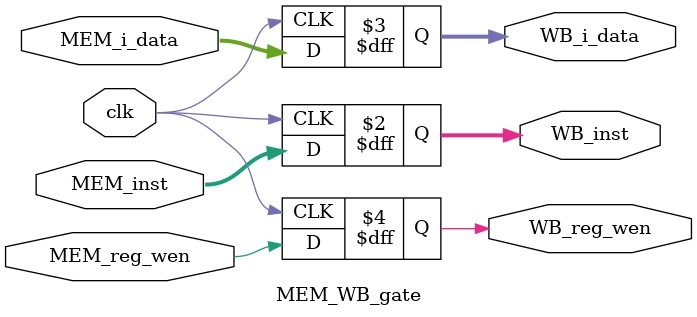
<source format=v>
`timescale 1ns/1ps

module MEM_WB_gate (
    input wire clk,
    input wire [31:0] MEM_inst,
    input wire [31:0] MEM_i_data,
    input wire MEM_reg_wen,
    output reg [31:0] WB_inst,
    output reg [31:0] WB_i_data,
    output reg WB_reg_wen
);
  always @(posedge clk) begin
    WB_inst     <= MEM_inst;
    WB_i_data   <= MEM_i_data;
    WB_reg_wen  <= MEM_reg_wen;
  end

endmodule //MEM_WB_gate
</source>
